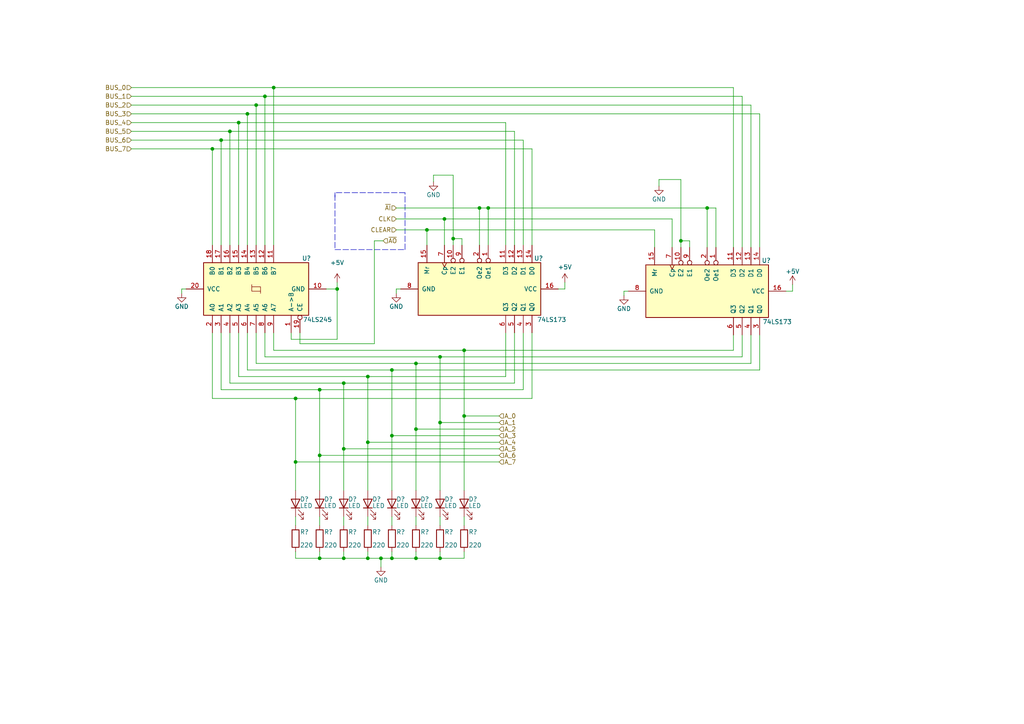
<source format=kicad_sch>
(kicad_sch (version 20211123) (generator eeschema)
  (paper "A4")
  (lib_symbols
    (symbol "74xx:74LS173" (pin_names (offset 1.016))
      (property "Reference" "U" (at -7.62 19.05 0))
      (property "Value" "74LS173" (at -7.62 -19.05 0))
      (symbol "74LS173_1_0"
        (pin input inverted (at -12.7 2.54 0) (length 5.08) (name "Oe1") (number "1"))
        (pin input inverted (at -12.7 -7.62 0) (length 5.08) (name "E2") (number "10"))
        (pin input line (at -12.7 7.62 0) (length 5.08) (name "D3") (number "11"))
        (pin input line (at -12.7 10.16 0) (length 5.08) (name "D2") (number "12"))
        (pin input line (at -12.7 12.7 0) (length 5.08) (name "D1") (number "13"))
        (pin input line (at -12.7 15.24 0) (length 5.08) (name "D0") (number "14"))
        (pin input line (at -12.7 -15.24 0) (length 5.08) (name "Mr") (number "15"))
        (pin power_in line (at 0 22.86 270) (length 5.08) (name "VCC") (number "16"))
        (pin input inverted (at -12.7 0 0) (length 5.08) (name "Oe2") (number "2"))
        (pin tri_state line (at 12.7 15.24 180) (length 5.08) (name "Q0") (number "3"))
        (pin tri_state line (at 12.7 12.7 180) (length 5.08) (name "Q1") (number "4"))
        (pin tri_state line (at 12.7 10.16 180) (length 5.08) (name "Q2") (number "5"))
        (pin tri_state line (at 12.7 7.62 180) (length 5.08) (name "Q3") (number "6"))
        (pin input clock (at -12.7 -10.16 0) (length 5.08) (name "Cp") (number "7"))
        (pin power_in line (at 0 -22.86 90) (length 5.08) (name "GND") (number "8"))
        (pin input inverted (at -12.7 -5.08 0) (length 5.08) (name "E1") (number "9"))
      )
      (symbol "74LS173_1_1"
        (rectangle (start -7.62 17.78) (end 7.62 -17.78) (stroke (width 0.254)) (fill (type background)))
      )
    )
    (symbol "74xx:74LS245" (pin_names (offset 1.016))
      (property "Reference" "U" (at -7.62 16.51 0))
      (property "Value" "74LS245" (at -7.62 -16.51 0))
      (symbol "74LS245_1_0"
        (polyline (pts (xy -0.635 -1.27) (xy -0.635 1.27) (xy 0.635 1.27)))
        (polyline (pts (xy -1.27 -1.27) (xy 0.635 -1.27) (xy 0.635 1.27) (xy 1.27 1.27)))
        (pin input line (at -12.7 -10.16 0) (length 5.08) (name "A->B") (number "1"))
        (pin power_in line (at 0 -20.32 90) (length 5.08) (name "GND") (number "10"))
        (pin tri_state line (at 12.7 -5.08 180) (length 5.08) (name "B7") (number "11"))
        (pin tri_state line (at 12.7 -2.54 180) (length 5.08) (name "B6") (number "12"))
        (pin tri_state line (at 12.7 0 180) (length 5.08) (name "B5") (number "13"))
        (pin tri_state line (at 12.7 2.54 180) (length 5.08) (name "B4") (number "14"))
        (pin tri_state line (at 12.7 5.08 180) (length 5.08) (name "B3") (number "15"))
        (pin tri_state line (at 12.7 7.62 180) (length 5.08) (name "B2") (number "16"))
        (pin tri_state line (at 12.7 10.16 180) (length 5.08) (name "B1") (number "17"))
        (pin tri_state line (at 12.7 12.7 180) (length 5.08) (name "B0") (number "18"))
        (pin input inverted (at -12.7 -12.7 0) (length 5.08) (name "CE") (number "19"))
        (pin tri_state line (at -12.7 12.7 0) (length 5.08) (name "A0") (number "2"))
        (pin power_in line (at 0 20.32 270) (length 5.08) (name "VCC") (number "20"))
        (pin tri_state line (at -12.7 10.16 0) (length 5.08) (name "A1") (number "3"))
        (pin tri_state line (at -12.7 7.62 0) (length 5.08) (name "A2") (number "4"))
        (pin tri_state line (at -12.7 5.08 0) (length 5.08) (name "A3") (number "5"))
        (pin tri_state line (at -12.7 2.54 0) (length 5.08) (name "A4") (number "6"))
        (pin tri_state line (at -12.7 0 0) (length 5.08) (name "A5") (number "7"))
        (pin tri_state line (at -12.7 -2.54 0) (length 5.08) (name "A6") (number "8"))
        (pin tri_state line (at -12.7 -5.08 0) (length 5.08) (name "A7") (number "9"))
      )
      (symbol "74LS245_1_1"
        (rectangle (start -7.62 15.24) (end 7.62 -15.24) (stroke (width 0.254)) (fill (type background)))
      )
    )
    (symbol "Device:LED" (pin_numbers hide) (pin_names (offset 1.016) hide)
      (property "Reference" "D" (at 0 2.54 0))
      (property "Value" "LED" (at 0 -2.54 0))
      (symbol "LED_0_1"
        (polyline (pts (xy -1.27 -1.27) (xy -1.27 1.27)) (stroke (width 0.254)))
        (polyline (pts (xy -1.27 0) (xy 1.27 0)))
        (polyline (pts (xy 1.27 -1.27) (xy 1.27 1.27) (xy -1.27 0) (xy 1.27 -1.27)) (stroke (width 0.254)))
        (polyline (pts (xy -3.048 -0.762) (xy -4.572 -2.286) (xy -3.81 -2.286) (xy -4.572 -2.286) (xy -4.572 -1.524)))
        (polyline (pts (xy -1.778 -0.762) (xy -3.302 -2.286) (xy -2.54 -2.286) (xy -3.302 -2.286) (xy -3.302 -1.524)))
      )
      (symbol "LED_1_1"
        (pin passive line (at -3.81 0 0) (length 2.54) (name "K") (number "1"))
        (pin passive line (at 3.81 0 180) (length 2.54) (name "A") (number "2"))
      )
    )
    (symbol "Device:R" (pin_numbers hide) (pin_names (offset 0))
      (property "Reference" "R" (at 2.032 0 90))
      (property "Value" "R" (at 0 0 90))
      (symbol "R_0_1"
        (rectangle (start -1.016 -2.54) (end 1.016 2.54) (stroke (width 0.254)))
      )
      (symbol "R_1_1"
        (pin passive line (at 0 3.81 270) (length 1.27) (name "~") (number "1"))
        (pin passive line (at 0 -3.81 90) (length 1.27) (name "~") (number "2"))
      )
    )
    (symbol "power:+5V" (power) (pin_names (offset 0))
      (property "Value" "+5V" (at 0 3.556 0))
      (symbol "+5V_0_1"
        (polyline (pts (xy -0.762 1.27) (xy 0 2.54)))
        (polyline (pts (xy 0 0) (xy 0 2.54)))
        (polyline (pts (xy 0 2.54) (xy 0.762 1.27)))
      )
      (symbol "+5V_1_1"
        (pin power_in line (at 0 0 90) (length 0) hide (name "+5V") (number "1"))
      )
    )
    (symbol "power:GND" (power) (pin_names (offset 0))
      (property "Value" "GND" (at 0 -3.81 0))
      (symbol "GND_0_1"
        (polyline (pts (xy 0 0) (xy 0 -1.27) (xy 1.27 -1.27) (xy 0 -2.54) (xy -1.27 -1.27) (xy 0 -1.27)))
      )
      (symbol "GND_1_1"
        (pin power_in line (at 0 0 270) (length 0) hide (name "GND") (number "1"))
      )
    )
  )
  (junction (at 99.695 111.125))
  (junction (at 113.665 107.315))
  (junction (at 120.65 105.41))
  (junction (at 99.695 130.175))
  (junction (at 97.79 83.82))
  (junction (at 127.635 103.505))
  (junction (at 113.665 161.925))
  (junction (at 113.665 126.365))
  (junction (at 106.68 161.925))
  (junction (at 134.62 120.65))
  (junction (at 64.135 40.64))
  (junction (at 85.725 133.985))
  (junction (at 127.635 161.925))
  (junction (at 106.68 109.22))
  (junction (at 76.835 27.94))
  (junction (at 131.445 69.215))
  (junction (at 197.485 69.85))
  (junction (at 99.695 161.925))
  (junction (at 127.635 122.555))
  (junction (at 92.71 161.925))
  (junction (at 69.215 35.56))
  (junction (at 134.62 101.6))
  (junction (at 74.295 30.48))
  (junction (at 106.68 128.27))
  (junction (at 79.375 25.4))
  (junction (at 92.71 113.03))
  (junction (at 123.825 66.675))
  (junction (at 141.605 60.325))
  (junction (at 71.755 33.02))
  (junction (at 61.595 43.18))
  (junction (at 120.65 124.46))
  (junction (at 66.675 38.1))
  (junction (at 110.49 161.925))
  (junction (at 139.065 60.325))
  (junction (at 128.905 63.5))
  (junction (at 85.725 115.57))
  (junction (at 205.105 60.325))
  (junction (at 92.71 132.08))
  (junction (at 120.65 161.925))
  (wire (pts (xy 97.79 83.82) (xy 94.615 83.82)))
  (wire (pts (xy 74.295 96.52) (xy 74.295 105.41)))
  (wire (pts (xy 113.665 149.86) (xy 113.665 152.4)))
  (wire (pts (xy 113.665 126.365) (xy 113.665 142.24)))
  (wire (pts (xy 85.725 133.985) (xy 144.78 133.985)))
  (wire (pts (xy 189.865 71.755) (xy 189.865 66.675)))
  (wire (pts (xy 197.485 71.755) (xy 197.485 69.85)))
  (wire (pts (xy 38.1 30.48) (xy 74.295 30.48)))
  (wire (pts (xy 84.455 98.425) (xy 97.79 98.425)))
  (wire (pts (xy 106.68 128.27) (xy 106.68 142.24)))
  (wire (pts (xy 212.725 101.6) (xy 134.62 101.6)))
  (wire (pts (xy 106.68 109.22) (xy 106.68 128.27)))
  (wire (pts (xy 114.935 85.09) (xy 114.935 83.82)))
  (wire (pts (xy 64.135 113.03) (xy 92.71 113.03)))
  (wire (pts (xy 163.83 81.915) (xy 163.83 83.82)))
  (wire (pts (xy 38.1 25.4) (xy 79.375 25.4)))
  (wire (pts (xy 85.725 115.57) (xy 61.595 115.57)))
  (wire (pts (xy 141.605 60.325) (xy 139.065 60.325)))
  (wire (pts (xy 85.725 149.86) (xy 85.725 152.4)))
  (wire (pts (xy 53.975 83.82) (xy 52.705 83.82)))
  (wire (pts (xy 227.965 84.455) (xy 229.87 84.455)))
  (wire (pts (xy 146.685 96.52) (xy 146.685 109.22)))
  (wire (pts (xy 212.725 25.4) (xy 79.375 25.4)))
  (wire (pts (xy 207.645 71.755) (xy 207.645 60.325)))
  (wire (pts (xy 92.71 132.08) (xy 144.78 132.08)))
  (wire (pts (xy 79.375 25.4) (xy 79.375 71.12)))
  (wire (pts (xy 38.1 33.02) (xy 71.755 33.02)))
  (wire (pts (xy 71.755 96.52) (xy 71.755 107.315)))
  (wire (pts (xy 220.345 71.755) (xy 220.345 33.02)))
  (wire (pts (xy 66.675 111.125) (xy 66.675 96.52)))
  (wire (pts (xy 154.305 115.57) (xy 85.725 115.57)))
  (wire (pts (xy 110.49 161.925) (xy 110.49 164.465)))
  (wire (pts (xy 217.805 71.755) (xy 217.805 30.48)))
  (wire (pts (xy 114.935 63.5) (xy 128.905 63.5)))
  (wire (pts (xy 229.87 82.55) (xy 229.87 84.455)))
  (wire (pts (xy 66.675 38.1) (xy 66.675 71.12)))
  (wire (pts (xy 207.645 60.325) (xy 205.105 60.325)))
  (wire (pts (xy 131.445 71.12) (xy 131.445 69.215)))
  (wire (pts (xy 114.935 60.325) (xy 139.065 60.325)))
  (wire (pts (xy 149.225 96.52) (xy 149.225 111.125)))
  (wire (pts (xy 200.025 69.85) (xy 197.485 69.85)))
  (wire (pts (xy 127.635 122.555) (xy 144.78 122.555)))
  (wire (pts (xy 120.65 149.86) (xy 120.65 152.4)))
  (wire (pts (xy 151.765 71.12) (xy 151.765 40.64)))
  (wire (pts (xy 64.135 96.52) (xy 64.135 113.03)))
  (wire (pts (xy 127.635 103.505) (xy 215.265 103.505)))
  (wire (pts (xy 134.62 120.65) (xy 144.78 120.65)))
  (wire (pts (xy 84.455 96.52) (xy 84.455 98.425)))
  (wire (pts (xy 146.685 71.12) (xy 146.685 35.56)))
  (wire (pts (xy 99.695 111.125) (xy 66.675 111.125)))
  (wire (pts (xy 113.665 107.315) (xy 220.345 107.315)))
  (wire (pts (xy 139.065 60.325) (xy 139.065 71.12)))
  (wire (pts (xy 38.1 43.18) (xy 61.595 43.18)))
  (wire (pts (xy 92.71 161.925) (xy 92.71 160.02)))
  (wire (pts (xy 106.68 161.925) (xy 99.695 161.925)))
  (polyline (pts (xy 97.155 56.515) (xy 97.155 72.39)))
  (wire (pts (xy 52.705 83.82) (xy 52.705 85.09)))
  (wire (pts (xy 123.825 66.675) (xy 123.825 71.12)))
  (wire (pts (xy 120.65 161.925) (xy 113.665 161.925)))
  (wire (pts (xy 106.68 128.27) (xy 144.78 128.27)))
  (wire (pts (xy 110.49 161.925) (xy 106.68 161.925)))
  (wire (pts (xy 79.375 101.6) (xy 79.375 96.52)))
  (wire (pts (xy 92.71 132.08) (xy 92.71 142.24)))
  (wire (pts (xy 194.945 63.5) (xy 128.905 63.5)))
  (wire (pts (xy 200.025 71.755) (xy 200.025 69.85)))
  (wire (pts (xy 120.65 124.46) (xy 120.65 142.24)))
  (wire (pts (xy 217.805 97.155) (xy 217.805 105.41)))
  (wire (pts (xy 108.585 69.85) (xy 111.125 69.85)))
  (wire (pts (xy 149.225 38.1) (xy 66.675 38.1)))
  (wire (pts (xy 212.725 71.755) (xy 212.725 25.4)))
  (polyline (pts (xy 117.475 72.39) (xy 117.475 55.88)))
  (wire (pts (xy 127.635 103.505) (xy 127.635 122.555)))
  (wire (pts (xy 113.665 126.365) (xy 144.78 126.365)))
  (wire (pts (xy 85.725 160.02) (xy 85.725 161.925)))
  (wire (pts (xy 205.105 60.325) (xy 141.605 60.325)))
  (wire (pts (xy 134.62 120.65) (xy 134.62 142.24)))
  (wire (pts (xy 38.1 40.64) (xy 64.135 40.64)))
  (wire (pts (xy 120.65 161.925) (xy 127.635 161.925)))
  (wire (pts (xy 154.305 43.18) (xy 61.595 43.18)))
  (wire (pts (xy 38.1 27.94) (xy 76.835 27.94)))
  (wire (pts (xy 64.135 40.64) (xy 64.135 71.12)))
  (wire (pts (xy 215.265 71.755) (xy 215.265 27.94)))
  (wire (pts (xy 191.135 52.07) (xy 191.135 53.975)))
  (wire (pts (xy 220.345 33.02) (xy 71.755 33.02)))
  (wire (pts (xy 120.65 160.02) (xy 120.65 161.925)))
  (wire (pts (xy 134.62 149.86) (xy 134.62 152.4)))
  (wire (pts (xy 85.725 161.925) (xy 92.71 161.925)))
  (wire (pts (xy 217.805 105.41) (xy 120.65 105.41)))
  (polyline (pts (xy 97.155 72.39) (xy 117.475 72.39)))
  (wire (pts (xy 212.725 97.155) (xy 212.725 101.6)))
  (wire (pts (xy 217.805 30.48) (xy 74.295 30.48)))
  (wire (pts (xy 113.665 107.315) (xy 113.665 126.365)))
  (wire (pts (xy 86.995 96.52) (xy 86.995 99.695)))
  (wire (pts (xy 134.62 101.6) (xy 79.375 101.6)))
  (wire (pts (xy 134.62 101.6) (xy 134.62 120.65)))
  (wire (pts (xy 128.905 63.5) (xy 128.905 71.12)))
  (wire (pts (xy 99.695 111.125) (xy 99.695 130.175)))
  (wire (pts (xy 106.68 160.02) (xy 106.68 161.925)))
  (wire (pts (xy 38.1 35.56) (xy 69.215 35.56)))
  (wire (pts (xy 38.1 38.1) (xy 66.675 38.1)))
  (wire (pts (xy 215.265 27.94) (xy 76.835 27.94)))
  (wire (pts (xy 92.71 113.03) (xy 151.765 113.03)))
  (wire (pts (xy 127.635 149.86) (xy 127.635 152.4)))
  (wire (pts (xy 69.215 96.52) (xy 69.215 109.22)))
  (wire (pts (xy 127.635 160.02) (xy 127.635 161.925)))
  (wire (pts (xy 127.635 122.555) (xy 127.635 142.24)))
  (wire (pts (xy 205.105 71.755) (xy 205.105 60.325)))
  (polyline (pts (xy 97.155 55.88) (xy 97.155 57.15)))
  (wire (pts (xy 86.995 99.695) (xy 108.585 99.695)))
  (wire (pts (xy 120.65 124.46) (xy 144.78 124.46)))
  (wire (pts (xy 99.695 161.925) (xy 92.71 161.925)))
  (wire (pts (xy 197.485 69.85) (xy 197.485 52.07)))
  (wire (pts (xy 134.62 161.925) (xy 127.635 161.925)))
  (wire (pts (xy 120.65 105.41) (xy 74.295 105.41)))
  (wire (pts (xy 108.585 99.695) (xy 108.585 69.85)))
  (wire (pts (xy 154.305 96.52) (xy 154.305 115.57)))
  (wire (pts (xy 161.925 83.82) (xy 163.83 83.82)))
  (wire (pts (xy 114.935 66.675) (xy 123.825 66.675)))
  (wire (pts (xy 146.685 35.56) (xy 69.215 35.56)))
  (wire (pts (xy 92.71 149.86) (xy 92.71 152.4)))
  (wire (pts (xy 97.79 81.915) (xy 97.79 83.82)))
  (wire (pts (xy 197.485 52.07) (xy 191.135 52.07)))
  (wire (pts (xy 99.695 160.02) (xy 99.695 161.925)))
  (wire (pts (xy 120.65 105.41) (xy 120.65 124.46)))
  (wire (pts (xy 194.945 71.755) (xy 194.945 63.5)))
  (wire (pts (xy 113.665 161.925) (xy 110.49 161.925)))
  (wire (pts (xy 125.73 50.8) (xy 125.73 52.705)))
  (wire (pts (xy 133.985 71.12) (xy 133.985 69.215)))
  (wire (pts (xy 99.695 149.86) (xy 99.695 152.4)))
  (wire (pts (xy 71.755 107.315) (xy 113.665 107.315)))
  (wire (pts (xy 189.865 66.675) (xy 123.825 66.675)))
  (wire (pts (xy 151.765 113.03) (xy 151.765 96.52)))
  (wire (pts (xy 97.79 98.425) (xy 97.79 83.82)))
  (wire (pts (xy 69.215 109.22) (xy 106.68 109.22)))
  (wire (pts (xy 141.605 71.12) (xy 141.605 60.325)))
  (wire (pts (xy 149.225 71.12) (xy 149.225 38.1)))
  (wire (pts (xy 61.595 115.57) (xy 61.595 96.52)))
  (wire (pts (xy 220.345 107.315) (xy 220.345 97.155)))
  (wire (pts (xy 85.725 115.57) (xy 85.725 133.985)))
  (wire (pts (xy 76.835 27.94) (xy 76.835 71.12)))
  (wire (pts (xy 113.665 160.02) (xy 113.665 161.925)))
  (wire (pts (xy 149.225 111.125) (xy 99.695 111.125)))
  (wire (pts (xy 76.835 103.505) (xy 127.635 103.505)))
  (wire (pts (xy 114.935 83.82) (xy 116.205 83.82)))
  (wire (pts (xy 106.68 149.86) (xy 106.68 152.4)))
  (wire (pts (xy 131.445 50.8) (xy 125.73 50.8)))
  (wire (pts (xy 134.62 160.02) (xy 134.62 161.925)))
  (wire (pts (xy 99.695 130.175) (xy 144.78 130.175)))
  (wire (pts (xy 69.215 35.56) (xy 69.215 71.12)))
  (wire (pts (xy 154.305 71.12) (xy 154.305 43.18)))
  (wire (pts (xy 71.755 33.02) (xy 71.755 71.12)))
  (wire (pts (xy 74.295 30.48) (xy 74.295 71.12)))
  (wire (pts (xy 92.71 113.03) (xy 92.71 132.08)))
  (wire (pts (xy 215.265 97.155) (xy 215.265 103.505)))
  (wire (pts (xy 131.445 69.215) (xy 131.445 50.8)))
  (wire (pts (xy 180.975 85.725) (xy 180.975 84.455)))
  (wire (pts (xy 76.835 96.52) (xy 76.835 103.505)))
  (wire (pts (xy 85.725 133.985) (xy 85.725 142.24)))
  (wire (pts (xy 106.68 109.22) (xy 146.685 109.22)))
  (wire (pts (xy 180.975 84.455) (xy 182.245 84.455)))
  (wire (pts (xy 99.695 130.175) (xy 99.695 142.24)))
  (wire (pts (xy 133.985 69.215) (xy 131.445 69.215)))
  (polyline (pts (xy 117.475 55.88) (xy 97.155 55.88)))
  (wire (pts (xy 61.595 43.18) (xy 61.595 71.12)))
  (wire (pts (xy 151.765 40.64) (xy 64.135 40.64)))
  (hierarchical_label "~{AO}" (shape input) (at 111.125 69.85 0))
  (hierarchical_label "BUS_2" (shape input) (at 38.1 30.48 180))
  (hierarchical_label "BUS_7" (shape input) (at 38.1 43.18 180))
  (hierarchical_label "BUS_6" (shape input) (at 38.1 40.64 180))
  (hierarchical_label "BUS_3" (shape input) (at 38.1 33.02 180))
  (hierarchical_label "BUS_0" (shape input) (at 38.1 25.4 180))
  (hierarchical_label "A_4" (shape input) (at 144.78 128.27 0))
  (hierarchical_label "BUS_5" (shape input) (at 38.1 38.1 180))
  (hierarchical_label "A_0" (shape input) (at 144.78 120.65 0))
  (hierarchical_label "A_6" (shape input) (at 144.78 132.08 0))
  (hierarchical_label "A_5" (shape input) (at 144.78 130.175 0))
  (hierarchical_label "A_7" (shape input) (at 144.78 133.985 0))
  (hierarchical_label "BUS_1" (shape input) (at 38.1 27.94 180))
  (hierarchical_label "~{AI}" (shape input) (at 114.935 60.325 180))
  (hierarchical_label "BUS_4" (shape input) (at 38.1 35.56 180))
  (hierarchical_label "CLEAR" (shape input) (at 114.935 66.675 180))
  (hierarchical_label "A_3" (shape input) (at 144.78 126.365 0))
  (hierarchical_label "A_1" (shape input) (at 144.78 122.555 0))
  (hierarchical_label "A_2" (shape input) (at 144.78 124.46 0))
  (hierarchical_label "CLK" (shape input) (at 114.935 63.5 180))
  (symbol (lib_id "Device:R") (at 120.65 156.21 0) (unit 1)
    (property "Reference" "R?" (at 121.92 154.305 0) (effects (justify left)))
    (property "Value" "220" (at 121.92 158.115 0) (effects (justify left)))
  )
  (symbol (lib_id "Device:R") (at 92.71 156.21 0) (unit 1)
    (property "Reference" "R?" (at 93.98 154.305 0) (effects (justify left)))
    (property "Value" "220" (at 93.98 158.115 0) (effects (justify left)))
  )
  (symbol (lib_id "Device:LED") (at 127.635 146.05 90) (unit 1)
    (property "Reference" "D?" (at 128.905 144.78 90) (effects (justify right)))
    (property "Value" "LED" (at 128.905 146.685 90) (effects (justify right)))
  )
  (symbol (lib_id "power:+5V") (at 163.83 81.915 0) (unit 1)
    (property "Reference" "#PWR?" (effects hide))
    (property "Value" "+5V" (at 163.83 77.47 0))
  )
  (symbol (lib_id "74xx:74LS173") (at 205.105 84.455 270) (unit 1)
    (property "Reference" "U?" (at 222.25 75.565 90))
    (property "Value" "74LS173" (at 225.425 93.345 90))
    (property "Datasheet" "http://www.ti.com/lit/gpn/sn74LS173" (effects hide))
  )
  (symbol (lib_id "power:GND") (at 52.705 85.09 0) (unit 1)
    (property "Reference" "#PWR?" (effects hide))
    (property "Value" "GND" (at 52.705 88.9 0))
  )
  (symbol (lib_id "Device:LED") (at 92.71 146.05 90) (unit 1)
    (property "Reference" "D?" (at 93.98 144.78 90) (effects (justify right)))
    (property "Value" "LED" (at 93.98 146.685 90) (effects (justify right)))
  )
  (symbol (lib_id "power:GND") (at 191.135 53.975 0) (unit 1)
    (property "Reference" "#PWR?" (effects hide))
    (property "Value" "GND" (at 191.135 57.785 0))
  )
  (symbol (lib_id "Device:LED") (at 106.68 146.05 90) (unit 1)
    (property "Reference" "D?" (at 107.95 144.78 90) (effects (justify right)))
    (property "Value" "LED" (at 107.95 146.685 90) (effects (justify right)))
  )
  (symbol (lib_id "Device:R") (at 113.665 156.21 0) (unit 1)
    (property "Reference" "R?" (at 114.935 154.305 0) (effects (justify left)))
    (property "Value" "220" (at 114.935 158.115 0) (effects (justify left)))
  )
  (symbol (lib_id "Device:R") (at 99.695 156.21 0) (unit 1)
    (property "Reference" "R?" (at 100.965 154.305 0) (effects (justify left)))
    (property "Value" "220" (at 100.965 158.115 0) (effects (justify left)))
  )
  (symbol (lib_id "Device:LED") (at 85.725 146.05 90) (unit 1)
    (property "Reference" "D?" (at 86.995 144.78 90) (effects (justify right)))
    (property "Value" "LED" (at 86.995 146.685 90) (effects (justify right)))
  )
  (symbol (lib_id "Device:LED") (at 120.65 146.05 90) (unit 1)
    (property "Reference" "D?" (at 121.92 144.78 90) (effects (justify right)))
    (property "Value" "LED" (at 121.92 146.685 90) (effects (justify right)))
  )
  (symbol (lib_id "Device:R") (at 85.725 156.21 0) (unit 1)
    (property "Reference" "R?" (at 86.995 154.305 0) (effects (justify left)))
    (property "Value" "220" (at 86.995 158.115 0) (effects (justify left)))
  )
  (symbol (lib_id "74xx:74LS173") (at 139.065 83.82 270) (unit 1)
    (property "Reference" "U?" (at 156.21 74.93 90))
    (property "Value" "74LS173" (at 160.02 92.71 90))
    (property "Datasheet" "http://www.ti.com/lit/gpn/sn74LS173" (effects hide))
  )
  (symbol (lib_id "Device:R") (at 134.62 156.21 0) (unit 1)
    (property "Reference" "R?" (at 135.89 154.305 0) (effects (justify left)))
    (property "Value" "220" (at 135.89 158.115 0) (effects (justify left)))
  )
  (symbol (lib_id "Device:R") (at 127.635 156.21 0) (unit 1)
    (property "Reference" "R?" (at 128.905 154.305 0) (effects (justify left)))
    (property "Value" "220" (at 128.905 158.115 0) (effects (justify left)))
  )
  (symbol (lib_id "power:GND") (at 125.73 52.705 0) (unit 1)
    (property "Reference" "#PWR?" (effects hide))
    (property "Value" "GND" (at 125.73 56.515 0))
  )
  (symbol (lib_id "Device:LED") (at 113.665 146.05 90) (unit 1)
    (property "Reference" "D?" (at 114.935 144.78 90) (effects (justify right)))
    (property "Value" "LED" (at 114.935 146.685 90) (effects (justify right)))
  )
  (symbol (lib_id "power:+5V") (at 97.79 81.915 0) (unit 1)
    (property "Reference" "#PWR?" (effects hide))
    (property "Value" "+5V" (at 97.79 76.2 0))
  )
  (symbol (lib_id "power:+5V") (at 229.87 82.55 0) (unit 1)
    (property "Reference" "#PWR?" (effects hide))
    (property "Value" "+5V" (at 229.87 78.74 0))
  )
  (symbol (lib_id "Device:LED") (at 99.695 146.05 90) (unit 1)
    (property "Reference" "D?" (at 100.965 144.78 90) (effects (justify right)))
    (property "Value" "LED" (at 100.965 146.685 90) (effects (justify right)))
  )
  (symbol (lib_id "74xx:74LS245") (at 74.295 83.82 90) (unit 1)
    (property "Reference" "U?" (at 88.9 74.93 90))
    (property "Value" "74LS245" (at 92.075 92.71 90))
    (property "Datasheet" "http://www.ti.com/lit/gpn/sn74LS245" (effects hide))
  )
  (symbol (lib_id "power:GND") (at 110.49 164.465 0) (unit 1)
    (property "Reference" "#PWR?" (effects hide))
    (property "Value" "GND" (at 110.49 168.275 0))
  )
  (symbol (lib_id "Device:LED") (at 134.62 146.05 90) (unit 1)
    (property "Reference" "D?" (at 135.89 144.78 90) (effects (justify right)))
    (property "Value" "LED" (at 135.89 146.685 90) (effects (justify right)))
  )
  (symbol (lib_id "power:GND") (at 180.975 85.725 0) (unit 1)
    (property "Reference" "#PWR?" (effects hide))
    (property "Value" "GND" (at 180.975 89.535 0))
  )
  (symbol (lib_id "Device:R") (at 106.68 156.21 0) (unit 1)
    (property "Reference" "R?" (at 107.95 154.305 0) (effects (justify left)))
    (property "Value" "220" (at 107.95 158.115 0) (effects (justify left)))
  )
  (symbol (lib_id "power:GND") (at 114.935 85.09 0) (unit 1)
    (property "Reference" "#PWR?" (effects hide))
    (property "Value" "GND" (at 114.935 88.9 0))
  )
)
</source>
